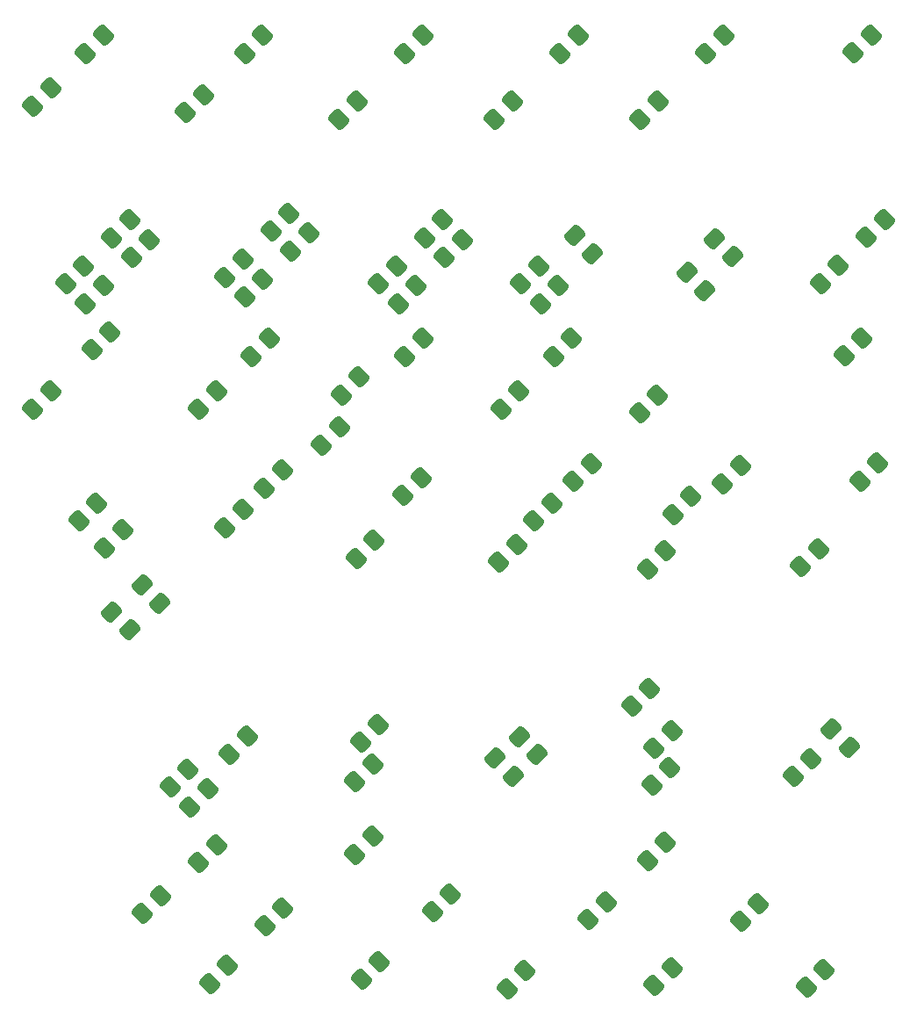
<source format=gbr>
%TF.GenerationSoftware,KiCad,Pcbnew,8.0.3*%
%TF.CreationDate,2024-07-11T18:12:52-04:00*%
%TF.ProjectId,K9HZ_100W_11band_LPF-Filter,4b39485a-5f31-4303-9057-5f313162616e,rev?*%
%TF.SameCoordinates,Original*%
%TF.FileFunction,Paste,Bot*%
%TF.FilePolarity,Positive*%
%FSLAX46Y46*%
G04 Gerber Fmt 4.6, Leading zero omitted, Abs format (unit mm)*
G04 Created by KiCad (PCBNEW 8.0.3) date 2024-07-11 18:12:52*
%MOMM*%
%LPD*%
G01*
G04 APERTURE LIST*
G04 Aperture macros list*
%AMRoundRect*
0 Rectangle with rounded corners*
0 $1 Rounding radius*
0 $2 $3 $4 $5 $6 $7 $8 $9 X,Y pos of 4 corners*
0 Add a 4 corners polygon primitive as box body*
4,1,4,$2,$3,$4,$5,$6,$7,$8,$9,$2,$3,0*
0 Add four circle primitives for the rounded corners*
1,1,$1+$1,$2,$3*
1,1,$1+$1,$4,$5*
1,1,$1+$1,$6,$7*
1,1,$1+$1,$8,$9*
0 Add four rect primitives between the rounded corners*
20,1,$1+$1,$2,$3,$4,$5,0*
20,1,$1+$1,$4,$5,$6,$7,0*
20,1,$1+$1,$6,$7,$8,$9,0*
20,1,$1+$1,$8,$9,$2,$3,0*%
G04 Aperture macros list end*
%ADD10RoundRect,0.336956X0.088388X-0.707876X0.707876X-0.088388X-0.088388X0.707876X-0.707876X0.088388X0*%
%ADD11RoundRect,0.336956X-0.088388X0.707876X-0.707876X0.088388X0.088388X-0.707876X0.707876X-0.088388X0*%
%ADD12RoundRect,0.336956X0.707876X0.088388X0.088388X0.707876X-0.707876X-0.088388X-0.088388X-0.707876X0*%
%ADD13RoundRect,0.336956X-0.707876X-0.088388X-0.088388X-0.707876X0.707876X0.088388X0.088388X0.707876X0*%
G04 APERTURE END LIST*
D10*
%TO.C,C73*%
X190067588Y-139632412D03*
X191800000Y-137900000D03*
%TD*%
%TO.C,C55*%
X234776341Y-94438129D03*
X236508753Y-92705717D03*
%TD*%
%TO.C,C46*%
X221344703Y-95073129D03*
X223077115Y-93340717D03*
%TD*%
%TO.C,C10*%
X177441794Y-95073129D03*
X179174206Y-93340717D03*
%TD*%
%TO.C,C22*%
X191530976Y-95708129D03*
X193263388Y-93975717D03*
%TD*%
%TO.C,C103*%
X247633703Y-140031129D03*
X249366115Y-138298717D03*
%TD*%
%TO.C,C96*%
X232959048Y-139864835D03*
X234691460Y-138132423D03*
%TD*%
%TO.C,C87*%
X218774341Y-140170440D03*
X220506753Y-138438028D03*
%TD*%
%TO.C,C80*%
X204707703Y-139269129D03*
X206440115Y-137536717D03*
%TD*%
%TO.C,C62*%
X252810341Y-91231856D03*
X254542753Y-89499444D03*
%TD*%
D11*
%TO.C,C54*%
X241266206Y-89733794D03*
X239533794Y-91466206D03*
%TD*%
%TO.C,C45*%
X226887115Y-89530717D03*
X225154703Y-91263129D03*
%TD*%
D10*
%TO.C,C34*%
X208733794Y-92632412D03*
X210466206Y-90900000D03*
%TD*%
D11*
%TO.C,C21*%
X197073388Y-90165717D03*
X195340976Y-91898129D03*
%TD*%
D10*
%TO.C,C9*%
X179933794Y-97666206D03*
X181666206Y-95933794D03*
%TD*%
D11*
%TO.C,C72*%
X197132412Y-132367588D03*
X195400000Y-134100000D03*
%TD*%
D10*
%TO.C,C33*%
X200867588Y-87732412D03*
X202600000Y-86000000D03*
%TD*%
D11*
%TO.C,C44*%
X224982115Y-77465717D03*
X223249703Y-79198129D03*
%TD*%
D10*
%TO.C,C32*%
X202767588Y-82932412D03*
X204500000Y-81200000D03*
%TD*%
%TO.C,C20*%
X188990976Y-84278129D03*
X190723388Y-82545717D03*
%TD*%
%TO.C,C95*%
X226609048Y-133514835D03*
X228341460Y-131782423D03*
%TD*%
D11*
%TO.C,C8*%
X180444206Y-76830717D03*
X178711794Y-78563129D03*
%TD*%
%TO.C,C71*%
X190732412Y-126267588D03*
X189000000Y-128000000D03*
%TD*%
D10*
%TO.C,C102*%
X241283703Y-133681129D03*
X243016115Y-131948717D03*
%TD*%
%TO.C,C86*%
X211567588Y-132732412D03*
X213300000Y-131000000D03*
%TD*%
D11*
%TO.C,C79*%
X205805115Y-125471717D03*
X204072703Y-127204129D03*
%TD*%
%TO.C,C61*%
X253000000Y-77400000D03*
X251267588Y-79132412D03*
%TD*%
D10*
%TO.C,C53*%
X231533794Y-84666206D03*
X233266206Y-82933794D03*
%TD*%
%TO.C,C7*%
X172996794Y-84278129D03*
X174729206Y-82545717D03*
%TD*%
D11*
%TO.C,C19*%
X195803388Y-77465717D03*
X194070976Y-79198129D03*
%TD*%
%TO.C,C31*%
X210631115Y-77465717D03*
X208898703Y-79198129D03*
%TD*%
D10*
%TO.C,C70*%
X183567588Y-132932412D03*
X185300000Y-131200000D03*
%TD*%
%TO.C,C43*%
X218169703Y-84278129D03*
X219902115Y-82545717D03*
%TD*%
D11*
%TO.C,C94*%
X234056460Y-126067423D03*
X232324048Y-127799835D03*
%TD*%
%TO.C,C74*%
X193709753Y-115832028D03*
X191977341Y-117564440D03*
%TD*%
D12*
%TO.C,C104*%
X251766206Y-116866206D03*
X250033794Y-115133794D03*
%TD*%
D11*
%TO.C,C97*%
X234691460Y-115272423D03*
X232959048Y-117004835D03*
%TD*%
D12*
%TO.C,C56*%
X240500000Y-69600000D03*
X238767588Y-67867588D03*
%TD*%
D11*
%TO.C,C36*%
X214441115Y-67940717D03*
X212708703Y-69673129D03*
%TD*%
%TO.C,C35*%
X212536115Y-66035717D03*
X210803703Y-67768129D03*
%TD*%
%TO.C,C81*%
X206343477Y-114664406D03*
X204611065Y-116396818D03*
%TD*%
D10*
%TO.C,C63*%
X253445341Y-67736856D03*
X255177753Y-66004444D03*
%TD*%
D12*
%TO.C,C88*%
X219366206Y-119666206D03*
X217633794Y-117933794D03*
%TD*%
D11*
%TO.C,C24*%
X199613388Y-67305717D03*
X197880976Y-69038129D03*
%TD*%
%TO.C,C23*%
X197708388Y-65400717D03*
X195975976Y-67133129D03*
%TD*%
%TO.C,C12*%
X184254206Y-67940717D03*
X182521794Y-69673129D03*
%TD*%
%TO.C,C11*%
X182349206Y-66035717D03*
X180616794Y-67768129D03*
%TD*%
D12*
%TO.C,C47*%
X227000000Y-69300000D03*
X225267588Y-67567588D03*
%TD*%
D10*
%TO.C,C30*%
X208263703Y-74118129D03*
X209996115Y-72385717D03*
%TD*%
%TO.C,C18*%
X193435976Y-73483129D03*
X195168388Y-71750717D03*
%TD*%
%TO.C,C6*%
X178076794Y-74118129D03*
X179809206Y-72385717D03*
%TD*%
%TO.C,C42*%
X220074703Y-72213129D03*
X221807115Y-70480717D03*
%TD*%
%TO.C,C93*%
X232733794Y-120566206D03*
X234466206Y-118833794D03*
%TD*%
%TO.C,C69*%
X188167341Y-122644440D03*
X189899753Y-120912028D03*
%TD*%
%TO.C,C101*%
X246363703Y-119711129D03*
X248096115Y-117978717D03*
%TD*%
D12*
%TO.C,C85*%
X221700000Y-117600000D03*
X219967588Y-115867588D03*
%TD*%
D10*
%TO.C,C78*%
X204072703Y-120219129D03*
X205805115Y-118486717D03*
%TD*%
%TO.C,C60*%
X249000341Y-72181856D03*
X250732753Y-70449444D03*
%TD*%
D12*
%TO.C,C52*%
X237866206Y-72866206D03*
X236133794Y-71133794D03*
%TD*%
D10*
%TO.C,C17*%
X191530976Y-71578129D03*
X193263388Y-69845717D03*
%TD*%
%TO.C,C5*%
X176171794Y-72213129D03*
X177904206Y-70480717D03*
%TD*%
%TO.C,C29*%
X206358703Y-72213129D03*
X208091115Y-70480717D03*
%TD*%
%TO.C,C41*%
X221979703Y-74118129D03*
X223712115Y-72385717D03*
%TD*%
%TO.C,C68*%
X186262341Y-120739440D03*
X187994753Y-119007028D03*
%TD*%
D11*
%TO.C,C92*%
X232500000Y-111200000D03*
X230767588Y-112932412D03*
%TD*%
%TO.C,C28*%
X210631115Y-48255717D03*
X208898703Y-49988129D03*
%TD*%
%TO.C,C100*%
X248821006Y-97736594D03*
X247088594Y-99469006D03*
%TD*%
%TO.C,C91*%
X234038206Y-97965194D03*
X232305794Y-99697606D03*
%TD*%
%TO.C,C84*%
X219687206Y-97304794D03*
X217954794Y-99037206D03*
%TD*%
%TO.C,C77*%
X205920406Y-96949194D03*
X204187994Y-98681606D03*
%TD*%
D13*
%TO.C,C67*%
X180616794Y-103857994D03*
X182349206Y-105590406D03*
%TD*%
D11*
%TO.C,C59*%
X253907753Y-48224444D03*
X252175341Y-49956856D03*
%TD*%
D10*
%TO.C,C51*%
X231601341Y-56338129D03*
X233333753Y-54605717D03*
%TD*%
%TO.C,C40*%
X217534703Y-56338129D03*
X219267115Y-54605717D03*
%TD*%
%TO.C,C27*%
X202548703Y-56338129D03*
X204281115Y-54605717D03*
%TD*%
%TO.C,C16*%
X187720976Y-55703129D03*
X189453388Y-53970717D03*
%TD*%
%TO.C,C4*%
X172996794Y-55068129D03*
X174729206Y-53335717D03*
%TD*%
D11*
%TO.C,C3*%
X179809206Y-48255717D03*
X178076794Y-49988129D03*
%TD*%
%TO.C,C50*%
X239683753Y-48255717D03*
X237951341Y-49988129D03*
%TD*%
%TO.C,C15*%
X195168388Y-48255717D03*
X193435976Y-49988129D03*
%TD*%
%TO.C,C39*%
X225617115Y-48255717D03*
X223884703Y-49988129D03*
%TD*%
D13*
%TO.C,C66*%
X183537794Y-101241794D03*
X185270206Y-102974206D03*
%TD*%
M02*

</source>
